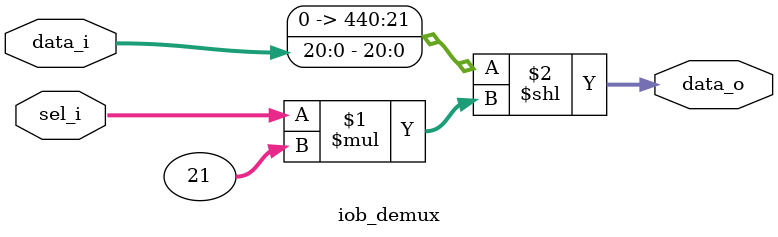
<source format=v>
`timescale 1ns / 1ps


module iob_demux #(
    parameter DATA_W = 21,
    parameter N      = 21
) (
    input  [($clog2(N)+($clog2(N)==0))-1:0] sel_i,
    input  [                    DATA_W-1:0] data_i,
    output [                (N*DATA_W)-1:0] data_o
);

   //integer i;
   //always @* begin
   //    for (i=0; i<N; i=i+1)
   //        if(i == sel_i) begin
   //            data_o[i*DATA_W += DATA_W] = data_i;
   //        end else begin
   //            data_o[i*DATA_W += DATA_W] = {(DATA_W){1'b0}};
   //        end
   //end

   //Alternative
   assign data_o = {{((N - 1) * DATA_W) {1'b0}}, data_i} << (sel_i * DATA_W);

endmodule

</source>
